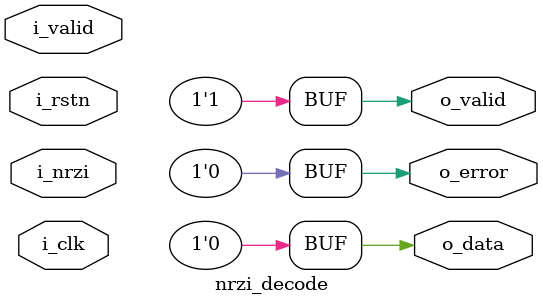
<source format=sv>
module nrzi_decode (
    input   logic           i_clk,
    input   logic           i_rstn,

    input   logic           i_nrzi,
    input   logic           i_valid,

    output  logic           o_data,
    output  logic           o_valid,
    output  logic           o_error
);

    // Add your logic here.
    assign  o_data          = 1'b0;
    assign  o_valid         = 1'b1;
    assign  o_error         = 1'b0;

endmodule

</source>
